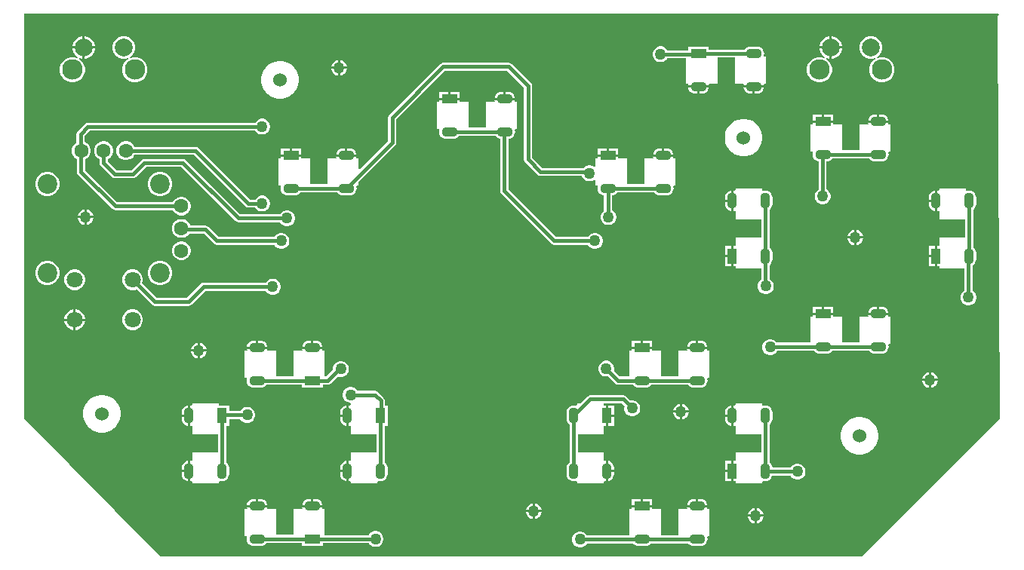
<source format=gtl>
G04*
G04 #@! TF.GenerationSoftware,Altium Limited,CircuitMaker,2.2.1 (2.2.1.6)*
G04*
G04 Layer_Physical_Order=1*
G04 Layer_Color=25308*
%FSLAX25Y25*%
%MOIN*%
G70*
G04*
G04 #@! TF.SameCoordinates,AAD4B4F7-D1E0-42C2-89CD-4A0885FF1A0E*
G04*
G04*
G04 #@! TF.FilePolarity,Positive*
G04*
G01*
G75*
%ADD12C,0.01000*%
%ADD24R,0.04331X0.07087*%
%ADD25O,0.04331X0.07087*%
%ADD26R,0.07087X0.04331*%
%ADD27O,0.07087X0.04331*%
%ADD28C,0.01500*%
%ADD29C,0.06000*%
%ADD30C,0.07874*%
%ADD31C,0.09055*%
%ADD32C,0.08661*%
%ADD33C,0.07087*%
%ADD34C,0.06299*%
%ADD35C,0.05000*%
G36*
X445538Y294538D02*
X445000Y294000D01*
X446000Y116000D01*
X385000Y55000D01*
X75000D01*
X15000Y116000D01*
Y295000D01*
X445347D01*
X445538Y294538D01*
D02*
G37*
%LPC*%
G36*
X41792Y284937D02*
X41642D01*
Y280500D01*
X46079D01*
Y280650D01*
X45742Y281906D01*
X45092Y283031D01*
X44173Y283951D01*
X43047Y284601D01*
X41792Y284937D01*
D02*
G37*
G36*
X371792D02*
X371642D01*
Y280500D01*
X376079D01*
Y280650D01*
X375742Y281906D01*
X375092Y283031D01*
X374173Y283951D01*
X373047Y284601D01*
X371792Y284937D01*
D02*
G37*
G36*
X370642D02*
X370492D01*
X369236Y284601D01*
X368110Y283951D01*
X367191Y283031D01*
X366541Y281906D01*
X366205Y280650D01*
Y280500D01*
X370642D01*
Y284937D01*
D02*
G37*
G36*
X40642D02*
X40492D01*
X39236Y284601D01*
X38110Y283951D01*
X37191Y283031D01*
X36541Y281906D01*
X36205Y280650D01*
Y280500D01*
X40642D01*
Y284937D01*
D02*
G37*
G36*
X370642Y279500D02*
X366205D01*
Y279350D01*
X366541Y278094D01*
X367191Y276969D01*
X368110Y276049D01*
X368573Y275782D01*
X368334Y275348D01*
X366929Y275724D01*
X365473D01*
X364067Y275348D01*
X362807Y274620D01*
X361778Y273591D01*
X361050Y272330D01*
X360673Y270925D01*
Y269469D01*
X361050Y268063D01*
X361778Y266803D01*
X362807Y265774D01*
X364067Y265046D01*
X365473Y264669D01*
X366929D01*
X368334Y265046D01*
X369595Y265774D01*
X370624Y266803D01*
X371352Y268063D01*
X371728Y269469D01*
Y270925D01*
X371352Y272330D01*
X370624Y273591D01*
X369595Y274620D01*
X368997Y274965D01*
X369236Y275399D01*
X370492Y275063D01*
X370642D01*
Y279500D01*
D02*
G37*
G36*
X40642D02*
X36205D01*
Y279350D01*
X36541Y278094D01*
X37191Y276969D01*
X38110Y276049D01*
X38573Y275782D01*
X38334Y275348D01*
X36928Y275724D01*
X35473D01*
X34067Y275348D01*
X32807Y274620D01*
X31778Y273591D01*
X31050Y272330D01*
X30673Y270925D01*
Y269469D01*
X31050Y268063D01*
X31778Y266803D01*
X32807Y265774D01*
X34067Y265046D01*
X35473Y264669D01*
X36928D01*
X38334Y265046D01*
X39595Y265774D01*
X40624Y266803D01*
X41352Y268063D01*
X41728Y269469D01*
Y270925D01*
X41352Y272330D01*
X40624Y273591D01*
X39595Y274620D01*
X38997Y274965D01*
X39236Y275399D01*
X40492Y275063D01*
X40642D01*
Y279500D01*
D02*
G37*
G36*
X376079D02*
X371642D01*
Y275063D01*
X371792D01*
X373047Y275399D01*
X374173Y276049D01*
X375092Y276969D01*
X375742Y278094D01*
X376079Y279350D01*
Y279500D01*
D02*
G37*
G36*
X46079D02*
X41642D01*
Y275063D01*
X41792D01*
X43047Y275399D01*
X44173Y276049D01*
X45092Y276969D01*
X45742Y278094D01*
X46079Y279350D01*
Y279500D01*
D02*
G37*
G36*
X154500Y274489D02*
Y271500D01*
X157490D01*
X157262Y272351D01*
X156801Y273149D01*
X156149Y273801D01*
X155351Y274261D01*
X154500Y274489D01*
D02*
G37*
G36*
X153500D02*
X152649Y274261D01*
X151851Y273801D01*
X151199Y273149D01*
X150739Y272351D01*
X150511Y271500D01*
X153500D01*
Y274489D01*
D02*
G37*
G36*
X157490Y270500D02*
X154500D01*
Y267511D01*
X155351Y267739D01*
X156149Y268199D01*
X156801Y268851D01*
X157262Y269649D01*
X157490Y270500D01*
D02*
G37*
G36*
X153500D02*
X150511D01*
X150739Y269649D01*
X151199Y268851D01*
X151851Y268199D01*
X152649Y267739D01*
X153500Y267511D01*
Y270500D01*
D02*
G37*
G36*
X389508Y284937D02*
X388208D01*
X386953Y284601D01*
X385827Y283951D01*
X384908Y283031D01*
X384258Y281906D01*
X383921Y280650D01*
Y279350D01*
X384258Y278094D01*
X384908Y276969D01*
X385827Y276049D01*
X386953Y275399D01*
X388208Y275063D01*
X389508D01*
X390764Y275399D01*
X391003Y274965D01*
X390405Y274620D01*
X389376Y273591D01*
X388648Y272330D01*
X388272Y270925D01*
Y269469D01*
X388648Y268063D01*
X389376Y266803D01*
X390405Y265774D01*
X391666Y265046D01*
X393072Y264669D01*
X394527D01*
X395933Y265046D01*
X397193Y265774D01*
X398222Y266803D01*
X398950Y268063D01*
X399327Y269469D01*
Y270925D01*
X398950Y272330D01*
X398222Y273591D01*
X397193Y274620D01*
X395933Y275348D01*
X394527Y275724D01*
X393072D01*
X391666Y275348D01*
X391427Y275782D01*
X391890Y276049D01*
X392809Y276969D01*
X393459Y278094D01*
X393795Y279350D01*
Y280650D01*
X393459Y281906D01*
X392809Y283031D01*
X391890Y283951D01*
X390764Y284601D01*
X389508Y284937D01*
D02*
G37*
G36*
X59508D02*
X58208D01*
X56953Y284601D01*
X55827Y283951D01*
X54908Y283031D01*
X54258Y281906D01*
X53921Y280650D01*
Y279350D01*
X54258Y278094D01*
X54908Y276969D01*
X55827Y276049D01*
X56953Y275399D01*
X58208Y275063D01*
X59508D01*
X60764Y275399D01*
X61003Y274965D01*
X60405Y274620D01*
X59376Y273591D01*
X58648Y272330D01*
X58272Y270925D01*
Y269469D01*
X58648Y268063D01*
X59376Y266803D01*
X60405Y265774D01*
X61666Y265046D01*
X63072Y264669D01*
X64527D01*
X65933Y265046D01*
X67193Y265774D01*
X68222Y266803D01*
X68950Y268063D01*
X69327Y269469D01*
Y270925D01*
X68950Y272330D01*
X68222Y273591D01*
X67193Y274620D01*
X65933Y275348D01*
X64527Y275724D01*
X63072D01*
X61666Y275348D01*
X61427Y275782D01*
X61890Y276049D01*
X62809Y276969D01*
X63459Y278094D01*
X63795Y279350D01*
Y280650D01*
X63459Y281906D01*
X62809Y283031D01*
X61890Y283951D01*
X60764Y284601D01*
X59508Y284937D01*
D02*
G37*
G36*
X296461Y280500D02*
X295539D01*
X294649Y280261D01*
X293851Y279801D01*
X293199Y279149D01*
X292739Y278351D01*
X292500Y277461D01*
Y276539D01*
X292739Y275649D01*
X293199Y274851D01*
X293851Y274199D01*
X294649Y273739D01*
X295539Y273500D01*
X296461D01*
X297351Y273739D01*
X298149Y274199D01*
X298801Y274851D01*
X299011Y275216D01*
X307283D01*
Y264094D01*
X308112D01*
X308390Y263679D01*
X308333Y263543D01*
X308291Y263216D01*
X317300D01*
X317257Y263543D01*
X317201Y263679D01*
X317479Y264094D01*
X321063D01*
Y275499D01*
X328937D01*
Y264094D01*
X332521D01*
X332799Y263679D01*
X332743Y263543D01*
X332700Y263216D01*
X341709D01*
X341667Y263543D01*
X341610Y263679D01*
X341888Y264094D01*
X342717D01*
Y275905D01*
X341888D01*
X341610Y276321D01*
X341667Y276457D01*
X341775Y277284D01*
X341667Y278110D01*
X341348Y278880D01*
X340840Y279541D01*
X340179Y280048D01*
X339409Y280367D01*
X338583Y280476D01*
X335827D01*
X335000Y280367D01*
X334230Y280048D01*
X333569Y279541D01*
X333206Y279068D01*
X317339D01*
Y280449D01*
X308252D01*
Y278784D01*
X299011D01*
X298801Y279149D01*
X298149Y279801D01*
X297351Y280261D01*
X296461Y280500D01*
D02*
G37*
G36*
X341709Y262216D02*
X337705D01*
Y259524D01*
X338583D01*
X339409Y259633D01*
X340179Y259952D01*
X340840Y260459D01*
X341348Y261120D01*
X341667Y261890D01*
X341709Y262216D01*
D02*
G37*
G36*
X336705D02*
X332700D01*
X332743Y261890D01*
X333062Y261120D01*
X333569Y260459D01*
X334230Y259952D01*
X335000Y259633D01*
X335827Y259524D01*
X336705D01*
Y262216D01*
D02*
G37*
G36*
X317300D02*
X313295D01*
Y259524D01*
X314173D01*
X315000Y259633D01*
X315770Y259952D01*
X316431Y260459D01*
X316938Y261120D01*
X317257Y261890D01*
X317300Y262216D01*
D02*
G37*
G36*
X312295D02*
X308291D01*
X308333Y261890D01*
X308652Y261120D01*
X309160Y260459D01*
X309821Y259952D01*
X310591Y259633D01*
X311417Y259524D01*
X312295D01*
Y262216D01*
D02*
G37*
G36*
X228583Y260476D02*
X227705D01*
Y257784D01*
X231710D01*
X231667Y258110D01*
X231348Y258880D01*
X230840Y259541D01*
X230179Y260048D01*
X229409Y260367D01*
X228583Y260476D01*
D02*
G37*
G36*
X226705D02*
X225827D01*
X225001Y260367D01*
X224231Y260048D01*
X223569Y259541D01*
X223062Y258880D01*
X222743Y258110D01*
X222700Y257784D01*
X226705D01*
Y260476D01*
D02*
G37*
G36*
X207339Y260449D02*
X203295D01*
Y257784D01*
X207339D01*
Y260449D01*
D02*
G37*
G36*
X202295D02*
X198252D01*
Y257784D01*
X202295D01*
Y260449D01*
D02*
G37*
G36*
X128769Y274031D02*
X127137D01*
X125537Y273713D01*
X124029Y273089D01*
X122672Y272182D01*
X121519Y271028D01*
X120612Y269672D01*
X119988Y268164D01*
X119669Y266564D01*
Y264932D01*
X119988Y263332D01*
X120612Y261824D01*
X121519Y260468D01*
X122672Y259314D01*
X124029Y258407D01*
X125537Y257783D01*
X127137Y257465D01*
X128769D01*
X130369Y257783D01*
X131876Y258407D01*
X133233Y259314D01*
X134387Y260468D01*
X135293Y261824D01*
X135918Y263332D01*
X136236Y264932D01*
Y266564D01*
X135918Y268164D01*
X135293Y269672D01*
X134387Y271028D01*
X133233Y272182D01*
X131876Y273089D01*
X130369Y273713D01*
X128769Y274031D01*
D02*
G37*
G36*
X393583Y250476D02*
X392705D01*
Y247783D01*
X396709D01*
X396667Y248110D01*
X396348Y248880D01*
X395840Y249541D01*
X395179Y250048D01*
X394409Y250367D01*
X393583Y250476D01*
D02*
G37*
G36*
X391705D02*
X390827D01*
X390001Y250367D01*
X389230Y250048D01*
X388569Y249541D01*
X388062Y248880D01*
X387743Y248110D01*
X387700Y247783D01*
X391705D01*
Y250476D01*
D02*
G37*
G36*
X372339Y250449D02*
X368295D01*
Y247783D01*
X372339D01*
Y250449D01*
D02*
G37*
G36*
X367295D02*
X363252D01*
Y247783D01*
X367295D01*
Y250449D01*
D02*
G37*
G36*
X120461Y248500D02*
X119539D01*
X118649Y248261D01*
X117851Y247801D01*
X117199Y247149D01*
X116989Y246784D01*
X43031D01*
X43031Y246784D01*
X42349Y246649D01*
X41770Y246262D01*
X38502Y242994D01*
X38115Y242415D01*
X37980Y241732D01*
Y237904D01*
X37610Y237691D01*
X36837Y236918D01*
X36291Y235972D01*
X36008Y234916D01*
Y233824D01*
X36291Y232768D01*
X36837Y231822D01*
X37610Y231050D01*
X38216Y230700D01*
Y225000D01*
X38352Y224317D01*
X38738Y223738D01*
X53896Y208581D01*
X53896Y208581D01*
X54475Y208194D01*
X55158Y208058D01*
X80609D01*
X81050Y207295D01*
X81822Y206522D01*
X82768Y205976D01*
X83824Y205693D01*
X84916D01*
X85972Y205976D01*
X86918Y206522D01*
X87691Y207295D01*
X88237Y208241D01*
X88520Y209296D01*
Y210389D01*
X88237Y211444D01*
X87691Y212390D01*
X86918Y213163D01*
X85972Y213709D01*
X84916Y213992D01*
X83824D01*
X82768Y213709D01*
X81822Y213163D01*
X81050Y212390D01*
X80609Y211627D01*
X55897D01*
X41784Y225739D01*
Y230518D01*
X42705Y231050D01*
X43478Y231822D01*
X44024Y232768D01*
X44307Y233824D01*
Y234916D01*
X44024Y235972D01*
X43478Y236918D01*
X42705Y237691D01*
X41759Y238237D01*
X41548Y238294D01*
Y240993D01*
X43771Y243216D01*
X116989D01*
X117199Y242851D01*
X117851Y242199D01*
X118649Y241739D01*
X119539Y241500D01*
X120461D01*
X121351Y241739D01*
X122149Y242199D01*
X122801Y242851D01*
X123261Y243649D01*
X123500Y244539D01*
Y245461D01*
X123261Y246351D01*
X122801Y247149D01*
X122149Y247801D01*
X121351Y248261D01*
X120461Y248500D01*
D02*
G37*
G36*
X231710Y256784D02*
X222700D01*
X222743Y256457D01*
X222799Y256321D01*
X222521Y255906D01*
X218937D01*
Y244501D01*
X211063D01*
Y255906D01*
X207339D01*
Y256784D01*
X198252D01*
Y255906D01*
X197283D01*
Y244094D01*
X198112D01*
X198390Y243679D01*
X198334Y243543D01*
X198225Y242717D01*
X198334Y241890D01*
X198652Y241120D01*
X199160Y240459D01*
X199821Y239952D01*
X200591Y239633D01*
X201417Y239524D01*
X204173D01*
X204999Y239633D01*
X205770Y239952D01*
X206431Y240459D01*
X206794Y240932D01*
X223206D01*
X223569Y240459D01*
X224231Y239952D01*
X225001Y239633D01*
X225216Y239604D01*
Y216500D01*
X225352Y215817D01*
X225738Y215238D01*
X247738Y193238D01*
X248317Y192851D01*
X249000Y192716D01*
X249000Y192716D01*
X263989D01*
X264199Y192351D01*
X264851Y191699D01*
X265649Y191238D01*
X266539Y191000D01*
X267461D01*
X268351Y191238D01*
X269149Y191699D01*
X269801Y192351D01*
X270262Y193149D01*
X270500Y194039D01*
Y194961D01*
X270262Y195851D01*
X269801Y196649D01*
X269149Y197301D01*
X268351Y197761D01*
X267461Y198000D01*
X266539D01*
X265649Y197761D01*
X264851Y197301D01*
X264199Y196649D01*
X263989Y196284D01*
X249739D01*
X228784Y217239D01*
Y239550D01*
X229409Y239633D01*
X230179Y239952D01*
X230840Y240459D01*
X231348Y241120D01*
X231667Y241890D01*
X231775Y242717D01*
X231667Y243543D01*
X231610Y243679D01*
X231888Y244094D01*
X232716D01*
Y255906D01*
X231888D01*
X231610Y256321D01*
X231667Y256457D01*
X231710Y256784D01*
D02*
G37*
G36*
X396709Y246783D02*
X387700D01*
X387743Y246457D01*
X387799Y246321D01*
X387521Y245905D01*
X383937D01*
Y234501D01*
X376063D01*
Y245905D01*
X372339D01*
Y246783D01*
X363252D01*
Y245905D01*
X362283D01*
Y234095D01*
X363112D01*
X363390Y233679D01*
X363334Y233543D01*
X363225Y232716D01*
X363334Y231890D01*
X363652Y231120D01*
X364160Y230459D01*
X364821Y229952D01*
X365591Y229633D01*
X365803Y229605D01*
Y217245D01*
X365438Y217035D01*
X364787Y216383D01*
X364326Y215585D01*
X364087Y214695D01*
Y213773D01*
X364326Y212883D01*
X364787Y212085D01*
X365438Y211433D01*
X366236Y210972D01*
X367126Y210734D01*
X368048D01*
X368938Y210972D01*
X369736Y211433D01*
X370388Y212085D01*
X370849Y212883D01*
X371087Y213773D01*
Y214695D01*
X370849Y215585D01*
X370388Y216383D01*
X369736Y217035D01*
X369371Y217245D01*
Y229550D01*
X370000Y229633D01*
X370770Y229952D01*
X371431Y230459D01*
X371794Y230932D01*
X388206D01*
X388569Y230459D01*
X389230Y229952D01*
X390001Y229633D01*
X390827Y229524D01*
X393583D01*
X394409Y229633D01*
X395179Y229952D01*
X395840Y230459D01*
X396348Y231120D01*
X396667Y231890D01*
X396775Y232716D01*
X396667Y233543D01*
X396610Y233679D01*
X396888Y234095D01*
X397716D01*
Y245905D01*
X396888D01*
X396610Y246321D01*
X396667Y246457D01*
X396709Y246783D01*
D02*
G37*
G36*
X298583Y235476D02*
X297705D01*
Y232784D01*
X301710D01*
X301667Y233110D01*
X301348Y233880D01*
X300840Y234541D01*
X300179Y235048D01*
X299409Y235367D01*
X298583Y235476D01*
D02*
G37*
G36*
X296705D02*
X295827D01*
X295001Y235367D01*
X294231Y235048D01*
X293569Y234541D01*
X293062Y233880D01*
X292743Y233110D01*
X292700Y232784D01*
X296705D01*
Y235476D01*
D02*
G37*
G36*
X277339Y235449D02*
X273295D01*
Y232784D01*
X277339D01*
Y235449D01*
D02*
G37*
G36*
X272295D02*
X268252D01*
Y232784D01*
X272295D01*
Y235449D01*
D02*
G37*
G36*
X158583Y235476D02*
X157705D01*
Y232784D01*
X161709D01*
X161667Y233110D01*
X161348Y233880D01*
X160840Y234541D01*
X160179Y235048D01*
X159409Y235367D01*
X158583Y235476D01*
D02*
G37*
G36*
X156705D02*
X155827D01*
X155000Y235367D01*
X154230Y235048D01*
X153569Y234541D01*
X153062Y233880D01*
X152743Y233110D01*
X152700Y232784D01*
X156705D01*
Y235476D01*
D02*
G37*
G36*
X137339Y235449D02*
X133295D01*
Y232784D01*
X137339D01*
Y235449D01*
D02*
G37*
G36*
X132295D02*
X128252D01*
Y232784D01*
X132295D01*
Y235449D01*
D02*
G37*
G36*
X333493Y248441D02*
X331861D01*
X330261Y248123D01*
X328753Y247498D01*
X327397Y246592D01*
X326243Y245438D01*
X325337Y244081D01*
X324712Y242574D01*
X324394Y240973D01*
Y239342D01*
X324712Y237741D01*
X325337Y236234D01*
X326243Y234877D01*
X327397Y233723D01*
X328753Y232817D01*
X330261Y232192D01*
X331861Y231874D01*
X333493D01*
X335093Y232192D01*
X336601Y232817D01*
X337958Y233723D01*
X339111Y234877D01*
X340018Y236234D01*
X340642Y237741D01*
X340961Y239342D01*
Y240973D01*
X340642Y242574D01*
X340018Y244081D01*
X339111Y245438D01*
X337958Y246592D01*
X336601Y247498D01*
X335093Y248123D01*
X333493Y248441D01*
D02*
G37*
G36*
X430905Y217717D02*
X419095D01*
Y216888D01*
X418679Y216610D01*
X418543Y216667D01*
X418217Y216709D01*
Y212205D01*
Y207700D01*
X418543Y207743D01*
X418679Y207799D01*
X419095Y207521D01*
Y203937D01*
X430499D01*
Y196063D01*
X419095D01*
Y192339D01*
X418217D01*
Y187795D01*
Y183252D01*
X419095D01*
Y182283D01*
X430216D01*
Y172511D01*
X429851Y172301D01*
X429199Y171649D01*
X428738Y170851D01*
X428500Y169961D01*
Y169039D01*
X428738Y168149D01*
X429199Y167351D01*
X429851Y166699D01*
X430649Y166238D01*
X431539Y166000D01*
X432461D01*
X433351Y166238D01*
X434149Y166699D01*
X434801Y167351D01*
X435261Y168149D01*
X435500Y169039D01*
Y169961D01*
X435261Y170851D01*
X434801Y171649D01*
X434149Y172301D01*
X433784Y172511D01*
Y183613D01*
X433880Y183652D01*
X434541Y184160D01*
X435048Y184821D01*
X435367Y185591D01*
X435476Y186417D01*
Y189173D01*
X435367Y189999D01*
X435048Y190770D01*
X434541Y191431D01*
X434068Y191794D01*
Y208206D01*
X434541Y208569D01*
X435048Y209230D01*
X435367Y210000D01*
X435476Y210827D01*
Y213583D01*
X435367Y214409D01*
X435048Y215179D01*
X434541Y215840D01*
X433880Y216348D01*
X433110Y216667D01*
X432283Y216775D01*
X431457Y216667D01*
X431321Y216610D01*
X430905Y216888D01*
Y217717D01*
D02*
G37*
G36*
X340905D02*
X329095D01*
Y216888D01*
X328679Y216610D01*
X328543Y216667D01*
X328217Y216709D01*
Y212205D01*
Y207700D01*
X328543Y207743D01*
X328679Y207799D01*
X329095Y207521D01*
Y203937D01*
X340499D01*
Y196063D01*
X329095D01*
Y192339D01*
X328217D01*
Y187795D01*
Y183252D01*
X329095D01*
Y182283D01*
X340499D01*
Y177386D01*
X340351Y177301D01*
X339699Y176649D01*
X339239Y175851D01*
X339000Y174961D01*
Y174039D01*
X339239Y173149D01*
X339699Y172351D01*
X340351Y171699D01*
X341149Y171239D01*
X342039Y171000D01*
X342961D01*
X343851Y171239D01*
X344649Y171699D01*
X345301Y172351D01*
X345761Y173149D01*
X346000Y174039D01*
Y174961D01*
X345761Y175851D01*
X345301Y176649D01*
X344649Y177301D01*
X344068Y177636D01*
Y183797D01*
X344541Y184160D01*
X345048Y184821D01*
X345367Y185591D01*
X345476Y186417D01*
Y189173D01*
X345367Y189999D01*
X345048Y190770D01*
X344541Y191431D01*
X344068Y191794D01*
Y208206D01*
X344541Y208569D01*
X345048Y209230D01*
X345367Y210000D01*
X345476Y210827D01*
Y213583D01*
X345367Y214409D01*
X345048Y215179D01*
X344541Y215840D01*
X343880Y216348D01*
X343110Y216667D01*
X342284Y216775D01*
X341457Y216667D01*
X341321Y216610D01*
X340905Y216888D01*
Y217717D01*
D02*
G37*
G36*
X200000Y273284D02*
X199317Y273148D01*
X198738Y272762D01*
X198738Y272762D01*
X176238Y250262D01*
X175852Y249683D01*
X175716Y249000D01*
Y238751D01*
X163179Y226214D01*
X162716Y226405D01*
Y230906D01*
X161888D01*
X161610Y231321D01*
X161667Y231457D01*
X161709Y231784D01*
X152700D01*
X152743Y231457D01*
X152799Y231321D01*
X152521Y230906D01*
X148937D01*
Y219501D01*
X141063D01*
Y230906D01*
X137339D01*
Y231784D01*
X128252D01*
Y230906D01*
X127284D01*
Y219094D01*
X128112D01*
X128390Y218679D01*
X128333Y218543D01*
X128225Y217717D01*
X128333Y216890D01*
X128652Y216120D01*
X129160Y215459D01*
X129821Y214952D01*
X130591Y214633D01*
X131417Y214524D01*
X134173D01*
X135000Y214633D01*
X135770Y214952D01*
X136431Y215459D01*
X136794Y215932D01*
X153206D01*
X153569Y215459D01*
X154230Y214952D01*
X155000Y214633D01*
X155827Y214524D01*
X158583D01*
X159409Y214633D01*
X160179Y214952D01*
X160840Y215459D01*
X161348Y216120D01*
X161667Y216890D01*
X161775Y217717D01*
X161667Y218543D01*
X161610Y218679D01*
X161888Y219094D01*
X162716D01*
Y220705D01*
X178762Y236750D01*
X178762Y236750D01*
X179148Y237329D01*
X179284Y238012D01*
X179284Y238012D01*
Y248261D01*
X200739Y269716D01*
X228261D01*
X235716Y262261D01*
Y230500D01*
X235852Y229817D01*
X236238Y229238D01*
X241738Y223738D01*
X241738Y223738D01*
X242317Y223352D01*
X243000Y223216D01*
X261278D01*
X261327Y223034D01*
X261788Y222236D01*
X262439Y221585D01*
X263237Y221124D01*
X264128Y220885D01*
X265049D01*
X265939Y221124D01*
X266737Y221585D01*
X266822Y221669D01*
X267284Y221477D01*
Y219094D01*
X268112D01*
X268390Y218679D01*
X268334Y218543D01*
X268225Y217717D01*
X268334Y216890D01*
X268652Y216120D01*
X269160Y215459D01*
X269821Y214952D01*
X270591Y214633D01*
X271011Y214577D01*
Y207893D01*
X270851Y207801D01*
X270199Y207149D01*
X269739Y206351D01*
X269500Y205461D01*
Y204539D01*
X269739Y203649D01*
X270199Y202851D01*
X270851Y202199D01*
X271649Y201739D01*
X272539Y201500D01*
X273461D01*
X274351Y201739D01*
X275149Y202199D01*
X275801Y202851D01*
X276261Y203649D01*
X276500Y204539D01*
Y205461D01*
X276261Y206351D01*
X275801Y207149D01*
X275149Y207801D01*
X274580Y208130D01*
Y214577D01*
X274999Y214633D01*
X275770Y214952D01*
X276431Y215459D01*
X276794Y215932D01*
X293206D01*
X293569Y215459D01*
X294231Y214952D01*
X295001Y214633D01*
X295827Y214524D01*
X298583D01*
X299409Y214633D01*
X300179Y214952D01*
X300840Y215459D01*
X301348Y216120D01*
X301667Y216890D01*
X301775Y217717D01*
X301667Y218543D01*
X301610Y218679D01*
X301888Y219094D01*
X302716D01*
Y230906D01*
X301888D01*
X301610Y231321D01*
X301667Y231457D01*
X301710Y231784D01*
X292700D01*
X292743Y231457D01*
X292799Y231321D01*
X292521Y230906D01*
X288937D01*
Y219501D01*
X281063D01*
Y230906D01*
X277339D01*
Y231784D01*
X268252D01*
Y230906D01*
X267284D01*
Y227293D01*
X266822Y227102D01*
X266737Y227186D01*
X265939Y227647D01*
X265049Y227885D01*
X264128D01*
X263237Y227647D01*
X262439Y227186D01*
X262038Y226784D01*
X243739D01*
X239284Y231239D01*
Y263000D01*
X239284Y263000D01*
X239148Y263683D01*
X238762Y264262D01*
X238762Y264262D01*
X230262Y272762D01*
X229683Y273148D01*
X229000Y273284D01*
X200000D01*
X200000Y273284D01*
D02*
G37*
G36*
X75603Y225016D02*
X74200D01*
X72844Y224653D01*
X71628Y223951D01*
X70636Y222958D01*
X69934Y221743D01*
X69571Y220387D01*
Y218983D01*
X69934Y217628D01*
X70636Y216412D01*
X71628Y215419D01*
X72844Y214718D01*
X74200Y214354D01*
X75603D01*
X76959Y214718D01*
X78175Y215419D01*
X79167Y216412D01*
X79869Y217628D01*
X80232Y218983D01*
Y220387D01*
X79869Y221743D01*
X79167Y222958D01*
X78175Y223951D01*
X76959Y224653D01*
X75603Y225016D01*
D02*
G37*
G36*
X25800D02*
X24397D01*
X23041Y224653D01*
X21825Y223951D01*
X20833Y222958D01*
X20131Y221743D01*
X19768Y220387D01*
Y218983D01*
X20131Y217628D01*
X20833Y216412D01*
X21825Y215419D01*
X23041Y214718D01*
X24397Y214354D01*
X25800D01*
X27156Y214718D01*
X28372Y215419D01*
X29364Y216412D01*
X30066Y217628D01*
X30429Y218983D01*
Y220387D01*
X30066Y221743D01*
X29364Y222958D01*
X28372Y223951D01*
X27156Y224653D01*
X25800Y225016D01*
D02*
G37*
G36*
X327217Y216709D02*
X326890Y216667D01*
X326120Y216348D01*
X325459Y215840D01*
X324952Y215179D01*
X324633Y214409D01*
X324524Y213583D01*
Y212705D01*
X327217D01*
Y216709D01*
D02*
G37*
G36*
X417216D02*
X416890Y216667D01*
X416120Y216348D01*
X415459Y215840D01*
X414952Y215179D01*
X414633Y214409D01*
X414524Y213583D01*
Y212705D01*
X417216D01*
Y216709D01*
D02*
G37*
G36*
X327217Y211705D02*
X324524D01*
Y210827D01*
X324633Y210000D01*
X324952Y209230D01*
X325459Y208569D01*
X326120Y208062D01*
X326890Y207743D01*
X327217Y207700D01*
Y211705D01*
D02*
G37*
G36*
X417216D02*
X414524D01*
Y210827D01*
X414633Y210000D01*
X414952Y209230D01*
X415459Y208569D01*
X416120Y208062D01*
X416890Y207743D01*
X417216Y207700D01*
Y211705D01*
D02*
G37*
G36*
X60389Y238520D02*
X59296D01*
X58241Y238237D01*
X57295Y237691D01*
X56522Y236918D01*
X55976Y235972D01*
X55693Y234916D01*
Y233824D01*
X55976Y232768D01*
X56522Y231822D01*
X57295Y231050D01*
X58241Y230503D01*
X59296Y230221D01*
X60389D01*
X61444Y230503D01*
X62390Y231050D01*
X63163Y231822D01*
X63604Y232586D01*
X89891D01*
X112738Y209738D01*
X112738Y209738D01*
X113317Y209351D01*
X114000Y209216D01*
X116989D01*
X117199Y208851D01*
X117851Y208199D01*
X118649Y207738D01*
X119539Y207500D01*
X120461D01*
X121351Y207738D01*
X122149Y208199D01*
X122801Y208851D01*
X123261Y209649D01*
X123500Y210539D01*
Y211461D01*
X123261Y212351D01*
X122801Y213149D01*
X122149Y213801D01*
X121351Y214262D01*
X120461Y214500D01*
X119539D01*
X118649Y214262D01*
X117851Y213801D01*
X117199Y213149D01*
X116989Y212784D01*
X114739D01*
X91892Y235632D01*
X91313Y236018D01*
X90630Y236154D01*
X63604D01*
X63163Y236918D01*
X62390Y237691D01*
X61444Y238237D01*
X60389Y238520D01*
D02*
G37*
G36*
X42500Y208489D02*
Y205500D01*
X45489D01*
X45261Y206351D01*
X44801Y207149D01*
X44149Y207801D01*
X43351Y208261D01*
X42500Y208489D01*
D02*
G37*
G36*
X41500D02*
X40649Y208261D01*
X39851Y207801D01*
X39199Y207149D01*
X38739Y206351D01*
X38511Y205500D01*
X41500D01*
Y208489D01*
D02*
G37*
G36*
X45489Y204500D02*
X42500D01*
Y201511D01*
X43351Y201739D01*
X44149Y202199D01*
X44801Y202851D01*
X45261Y203649D01*
X45489Y204500D01*
D02*
G37*
G36*
X41500D02*
X38511D01*
X38739Y203649D01*
X39199Y202851D01*
X39851Y202199D01*
X40649Y201739D01*
X41500Y201511D01*
Y204500D01*
D02*
G37*
G36*
X50546Y238520D02*
X49454D01*
X48398Y238237D01*
X47452Y237691D01*
X46679Y236918D01*
X46133Y235972D01*
X45850Y234916D01*
Y233824D01*
X46133Y232768D01*
X46679Y231822D01*
X47452Y231050D01*
X48216Y230609D01*
Y229000D01*
X48351Y228317D01*
X48738Y227738D01*
X53738Y222738D01*
X53738Y222738D01*
X54317Y222352D01*
X55000Y222216D01*
X55000Y222216D01*
X63000D01*
X63683Y222352D01*
X64262Y222738D01*
X68739Y227216D01*
X84261D01*
X108238Y203238D01*
X108238Y203238D01*
X108817Y202852D01*
X109500Y202716D01*
X127989D01*
X128199Y202351D01*
X128851Y201699D01*
X129649Y201238D01*
X130539Y201000D01*
X131461D01*
X132351Y201238D01*
X133149Y201699D01*
X133801Y202351D01*
X134262Y203149D01*
X134500Y204039D01*
Y204961D01*
X134262Y205851D01*
X133801Y206649D01*
X133149Y207301D01*
X132351Y207762D01*
X131461Y208000D01*
X130539D01*
X129649Y207762D01*
X128851Y207301D01*
X128199Y206649D01*
X127989Y206284D01*
X110239D01*
X86262Y230262D01*
X85683Y230648D01*
X85000Y230784D01*
X68000D01*
X68000Y230784D01*
X67317Y230648D01*
X66738Y230262D01*
X66738Y230262D01*
X62261Y225784D01*
X55739D01*
X51784Y229739D01*
Y230609D01*
X52548Y231050D01*
X53320Y231822D01*
X53867Y232768D01*
X54150Y233824D01*
Y234916D01*
X53867Y235972D01*
X53320Y236918D01*
X52548Y237691D01*
X51602Y238237D01*
X50546Y238520D01*
D02*
G37*
G36*
X382500Y199489D02*
Y196500D01*
X385490D01*
X385262Y197351D01*
X384801Y198149D01*
X384149Y198801D01*
X383351Y199261D01*
X382500Y199489D01*
D02*
G37*
G36*
X381500D02*
X380649Y199261D01*
X379851Y198801D01*
X379199Y198149D01*
X378738Y197351D01*
X378510Y196500D01*
X381500D01*
Y199489D01*
D02*
G37*
G36*
X385490Y195500D02*
X382500D01*
Y192510D01*
X383351Y192738D01*
X384149Y193199D01*
X384801Y193851D01*
X385262Y194649D01*
X385490Y195500D01*
D02*
G37*
G36*
X381500D02*
X378510D01*
X378738Y194649D01*
X379199Y193851D01*
X379851Y193199D01*
X380649Y192738D01*
X381500Y192510D01*
Y195500D01*
D02*
G37*
G36*
X84916Y204150D02*
X83824D01*
X82768Y203867D01*
X81822Y203321D01*
X81050Y202548D01*
X80503Y201602D01*
X80221Y200546D01*
Y199454D01*
X80503Y198398D01*
X81050Y197452D01*
X81822Y196679D01*
X82768Y196133D01*
X83824Y195850D01*
X84916D01*
X85972Y196133D01*
X86918Y196679D01*
X87691Y197452D01*
X87843Y197716D01*
X94261D01*
X98738Y193238D01*
X98738Y193238D01*
X99317Y192851D01*
X100000Y192716D01*
X100000Y192716D01*
X125489D01*
X125699Y192351D01*
X126351Y191699D01*
X127149Y191238D01*
X128039Y191000D01*
X128961D01*
X129851Y191238D01*
X130649Y191699D01*
X131301Y192351D01*
X131762Y193149D01*
X132000Y194039D01*
Y194961D01*
X131762Y195851D01*
X131301Y196649D01*
X130649Y197301D01*
X129851Y197761D01*
X128961Y198000D01*
X128039D01*
X127149Y197761D01*
X126351Y197301D01*
X125699Y196649D01*
X125489Y196284D01*
X100739D01*
X96262Y200762D01*
X95683Y201149D01*
X95000Y201284D01*
X88322D01*
X88237Y201602D01*
X87691Y202548D01*
X86918Y203321D01*
X85972Y203867D01*
X84916Y204150D01*
D02*
G37*
G36*
X417216Y192339D02*
X414551D01*
Y188295D01*
X417216D01*
Y192339D01*
D02*
G37*
G36*
X327217D02*
X324551D01*
Y188295D01*
X327217D01*
Y192339D01*
D02*
G37*
G36*
X84916Y194307D02*
X83824D01*
X82768Y194024D01*
X81822Y193478D01*
X81050Y192705D01*
X80503Y191759D01*
X80221Y190704D01*
Y189611D01*
X80503Y188556D01*
X81050Y187610D01*
X81822Y186837D01*
X82768Y186291D01*
X83824Y186008D01*
X84916D01*
X85972Y186291D01*
X86918Y186837D01*
X87691Y187610D01*
X88237Y188556D01*
X88520Y189611D01*
Y190704D01*
X88237Y191759D01*
X87691Y192705D01*
X86918Y193478D01*
X85972Y194024D01*
X84916Y194307D01*
D02*
G37*
G36*
X417216Y187295D02*
X414551D01*
Y183252D01*
X417216D01*
Y187295D01*
D02*
G37*
G36*
X327217D02*
X324551D01*
Y183252D01*
X327217D01*
Y187295D01*
D02*
G37*
G36*
X75603Y185646D02*
X74200D01*
X72844Y185282D01*
X71628Y184581D01*
X70636Y183588D01*
X69934Y182372D01*
X69571Y181017D01*
Y179613D01*
X69934Y178257D01*
X70636Y177042D01*
X71628Y176049D01*
X72844Y175347D01*
X74200Y174984D01*
X75603D01*
X76959Y175347D01*
X78175Y176049D01*
X79167Y177042D01*
X79869Y178257D01*
X80232Y179613D01*
Y181017D01*
X79869Y182372D01*
X79167Y183588D01*
X78175Y184581D01*
X76959Y185282D01*
X75603Y185646D01*
D02*
G37*
G36*
X25800D02*
X24397D01*
X23041Y185282D01*
X21825Y184581D01*
X20833Y183588D01*
X20131Y182372D01*
X19768Y181017D01*
Y179613D01*
X20131Y178257D01*
X20833Y177042D01*
X21825Y176049D01*
X23041Y175347D01*
X24397Y174984D01*
X25800D01*
X27156Y175347D01*
X28372Y176049D01*
X29364Y177042D01*
X30066Y178257D01*
X30429Y179613D01*
Y181017D01*
X30066Y182372D01*
X29364Y183588D01*
X28372Y184581D01*
X27156Y185282D01*
X25800Y185646D01*
D02*
G37*
G36*
X37803Y181905D02*
X36607D01*
X35451Y181596D01*
X34415Y180998D01*
X33569Y180152D01*
X32971Y179116D01*
X32661Y177960D01*
Y176764D01*
X32971Y175609D01*
X33569Y174573D01*
X34415Y173727D01*
X35451Y173128D01*
X36607Y172819D01*
X37803D01*
X38958Y173128D01*
X39994Y173727D01*
X40840Y174573D01*
X41438Y175609D01*
X41748Y176764D01*
Y177960D01*
X41438Y179116D01*
X40840Y180152D01*
X39994Y180998D01*
X38958Y181596D01*
X37803Y181905D01*
D02*
G37*
G36*
X63393D02*
X62197D01*
X61042Y181596D01*
X60006Y180998D01*
X59160Y180152D01*
X58562Y179116D01*
X58252Y177960D01*
Y176764D01*
X58562Y175609D01*
X59160Y174573D01*
X60006Y173727D01*
X61042Y173128D01*
X62197Y172819D01*
X63393D01*
X64515Y173119D01*
X71396Y166238D01*
X71396Y166238D01*
X71975Y165851D01*
X72658Y165716D01*
X72658Y165716D01*
X87500D01*
X88183Y165851D01*
X88762Y166238D01*
X94980Y172457D01*
X121695D01*
X121906Y172092D01*
X122558Y171440D01*
X123356Y170979D01*
X124246Y170741D01*
X125168D01*
X126058Y170979D01*
X126856Y171440D01*
X127507Y172092D01*
X127968Y172890D01*
X128207Y173780D01*
Y174702D01*
X127968Y175592D01*
X127507Y176390D01*
X126856Y177042D01*
X126058Y177503D01*
X125168Y177741D01*
X124246D01*
X123356Y177503D01*
X122558Y177042D01*
X121906Y176390D01*
X121695Y176025D01*
X94241D01*
X93558Y175890D01*
X92979Y175503D01*
X86761Y169284D01*
X73397D01*
X67038Y175643D01*
X67339Y176764D01*
Y177960D01*
X67029Y179116D01*
X66431Y180152D01*
X65585Y180998D01*
X64549Y181596D01*
X63393Y181905D01*
D02*
G37*
G36*
X393583Y165476D02*
X392705D01*
Y162784D01*
X396709D01*
X396667Y163110D01*
X396348Y163880D01*
X395840Y164541D01*
X395179Y165048D01*
X394409Y165367D01*
X393583Y165476D01*
D02*
G37*
G36*
X391705D02*
X390827D01*
X390001Y165367D01*
X389230Y165048D01*
X388569Y164541D01*
X388062Y163880D01*
X387743Y163110D01*
X387700Y162784D01*
X391705D01*
Y165476D01*
D02*
G37*
G36*
X372339Y165449D02*
X368295D01*
Y162784D01*
X372339D01*
Y165449D01*
D02*
G37*
G36*
X367295D02*
X363252D01*
Y162784D01*
X367295D01*
Y165449D01*
D02*
G37*
G36*
X37803Y164189D02*
X37705D01*
Y160146D01*
X41748D01*
Y160244D01*
X41438Y161399D01*
X40840Y162435D01*
X39994Y163281D01*
X38958Y163879D01*
X37803Y164189D01*
D02*
G37*
G36*
X36705D02*
X36607D01*
X35451Y163879D01*
X34415Y163281D01*
X33569Y162435D01*
X32971Y161399D01*
X32661Y160244D01*
Y160146D01*
X36705D01*
Y164189D01*
D02*
G37*
G36*
X63393D02*
X62197D01*
X61042Y163879D01*
X60006Y163281D01*
X59160Y162435D01*
X58562Y161399D01*
X58252Y160244D01*
Y159047D01*
X58562Y157892D01*
X59160Y156856D01*
X60006Y156010D01*
X61042Y155412D01*
X62197Y155102D01*
X63393D01*
X64549Y155412D01*
X65585Y156010D01*
X66431Y156856D01*
X67029Y157892D01*
X67339Y159047D01*
Y160244D01*
X67029Y161399D01*
X66431Y162435D01*
X65585Y163281D01*
X64549Y163879D01*
X63393Y164189D01*
D02*
G37*
G36*
X41748Y159146D02*
X37705D01*
Y155102D01*
X37803D01*
X38958Y155412D01*
X39994Y156010D01*
X40840Y156856D01*
X41438Y157892D01*
X41748Y159047D01*
Y159146D01*
D02*
G37*
G36*
X36705D02*
X32661D01*
Y159047D01*
X32971Y157892D01*
X33569Y156856D01*
X34415Y156010D01*
X35451Y155412D01*
X36607Y155102D01*
X36705D01*
Y159146D01*
D02*
G37*
G36*
X396709Y161784D02*
X387700D01*
X387743Y161457D01*
X387799Y161321D01*
X387521Y160906D01*
X383937D01*
Y149501D01*
X376063D01*
Y160906D01*
X372339D01*
Y161784D01*
X363252D01*
Y160906D01*
X362283D01*
Y149501D01*
X347386D01*
X347301Y149649D01*
X346649Y150301D01*
X345851Y150761D01*
X344961Y151000D01*
X344039D01*
X343149Y150761D01*
X342351Y150301D01*
X341699Y149649D01*
X341238Y148851D01*
X341000Y147961D01*
Y147039D01*
X341238Y146149D01*
X341699Y145351D01*
X342351Y144699D01*
X343149Y144238D01*
X344039Y144000D01*
X344961D01*
X345851Y144238D01*
X346649Y144699D01*
X347301Y145351D01*
X347636Y145932D01*
X363797D01*
X364160Y145459D01*
X364821Y144952D01*
X365591Y144633D01*
X366417Y144524D01*
X369173D01*
X370000Y144633D01*
X370770Y144952D01*
X371431Y145459D01*
X371794Y145932D01*
X388206D01*
X388569Y145459D01*
X389230Y144952D01*
X390001Y144633D01*
X390827Y144524D01*
X393583D01*
X394409Y144633D01*
X395179Y144952D01*
X395840Y145459D01*
X396348Y146120D01*
X396667Y146890D01*
X396775Y147716D01*
X396667Y148543D01*
X396610Y148679D01*
X396888Y149094D01*
X397716D01*
Y160906D01*
X396888D01*
X396610Y161321D01*
X396667Y161457D01*
X396709Y161784D01*
D02*
G37*
G36*
X313583Y150476D02*
X312705D01*
Y147784D01*
X316709D01*
X316667Y148110D01*
X316348Y148880D01*
X315840Y149541D01*
X315179Y150048D01*
X314409Y150367D01*
X313583Y150476D01*
D02*
G37*
G36*
X311705D02*
X310827D01*
X310000Y150367D01*
X309230Y150048D01*
X308569Y149541D01*
X308062Y148880D01*
X307743Y148110D01*
X307700Y147784D01*
X311705D01*
Y150476D01*
D02*
G37*
G36*
X292339Y150449D02*
X288295D01*
Y147784D01*
X292339D01*
Y150449D01*
D02*
G37*
G36*
X287295D02*
X283252D01*
Y147784D01*
X287295D01*
Y150449D01*
D02*
G37*
G36*
X143583Y150476D02*
X142705D01*
Y147784D01*
X146710D01*
X146667Y148110D01*
X146348Y148880D01*
X145840Y149541D01*
X145179Y150048D01*
X144409Y150367D01*
X143583Y150476D01*
D02*
G37*
G36*
X119173D02*
X118295D01*
Y147784D01*
X122300D01*
X122257Y148110D01*
X121938Y148880D01*
X121431Y149541D01*
X120770Y150048D01*
X120000Y150367D01*
X119173Y150476D01*
D02*
G37*
G36*
X141705D02*
X140827D01*
X140000Y150367D01*
X139230Y150048D01*
X138569Y149541D01*
X138062Y148880D01*
X137743Y148110D01*
X137700Y147784D01*
X141705D01*
Y150476D01*
D02*
G37*
G36*
X117295D02*
X116417D01*
X115591Y150367D01*
X114821Y150048D01*
X114160Y149541D01*
X113652Y148880D01*
X113333Y148110D01*
X113291Y147784D01*
X117295D01*
Y150476D01*
D02*
G37*
G36*
X92500Y149489D02*
Y146500D01*
X95490D01*
X95262Y147351D01*
X94801Y148149D01*
X94149Y148801D01*
X93351Y149261D01*
X92500Y149489D01*
D02*
G37*
G36*
X91500D02*
X90649Y149261D01*
X89851Y148801D01*
X89199Y148149D01*
X88739Y147351D01*
X88511Y146500D01*
X91500D01*
Y149489D01*
D02*
G37*
G36*
X95490Y145500D02*
X92500D01*
Y142510D01*
X93351Y142738D01*
X94149Y143199D01*
X94801Y143851D01*
X95262Y144649D01*
X95490Y145500D01*
D02*
G37*
G36*
X91500D02*
X88511D01*
X88739Y144649D01*
X89199Y143851D01*
X89851Y143199D01*
X90649Y142738D01*
X91500Y142510D01*
Y145500D01*
D02*
G37*
G36*
X316709Y146783D02*
X307700D01*
X307743Y146457D01*
X307799Y146321D01*
X307521Y145905D01*
X303937D01*
Y134501D01*
X296063D01*
Y145905D01*
X292339D01*
Y146783D01*
X283252D01*
Y145905D01*
X282283D01*
Y134501D01*
X278023D01*
X275391Y137132D01*
X275500Y137539D01*
Y138461D01*
X275261Y139351D01*
X274801Y140149D01*
X274149Y140801D01*
X273351Y141261D01*
X272461Y141500D01*
X271539D01*
X270649Y141261D01*
X269851Y140801D01*
X269199Y140149D01*
X268739Y139351D01*
X268500Y138461D01*
Y137539D01*
X268739Y136649D01*
X269199Y135851D01*
X269851Y135199D01*
X270649Y134739D01*
X271539Y134500D01*
X272461D01*
X272868Y134609D01*
X276022Y131455D01*
X276601Y131068D01*
X277284Y130932D01*
X283797D01*
X284160Y130459D01*
X284821Y129952D01*
X285591Y129633D01*
X286417Y129524D01*
X289173D01*
X290000Y129633D01*
X290770Y129952D01*
X291431Y130459D01*
X291794Y130932D01*
X308206D01*
X308569Y130459D01*
X309230Y129952D01*
X310000Y129633D01*
X310827Y129524D01*
X313583D01*
X314409Y129633D01*
X315179Y129952D01*
X315840Y130459D01*
X316348Y131120D01*
X316667Y131890D01*
X316775Y132717D01*
X316667Y133543D01*
X316610Y133679D01*
X316888Y134095D01*
X317717D01*
Y145905D01*
X316888D01*
X316610Y146321D01*
X316667Y146457D01*
X316709Y146783D01*
D02*
G37*
G36*
X142205Y147283D02*
D01*
Y146783D01*
X137700D01*
X137743Y146457D01*
X137799Y146321D01*
X137521Y145905D01*
X133937D01*
Y134501D01*
X126063D01*
Y145905D01*
X122479D01*
X122201Y146321D01*
X122257Y146457D01*
X122300Y146783D01*
X117795D01*
X113291D01*
X113333Y146457D01*
X113390Y146321D01*
X113112Y145905D01*
X112284D01*
Y134095D01*
X113112D01*
X113390Y133679D01*
X113333Y133543D01*
X113225Y132717D01*
X113333Y131890D01*
X113652Y131120D01*
X114160Y130459D01*
X114821Y129952D01*
X115591Y129633D01*
X116417Y129524D01*
X119173D01*
X120000Y129633D01*
X120770Y129952D01*
X121431Y130459D01*
X121794Y130932D01*
X137661D01*
Y129551D01*
X146748D01*
Y130916D01*
X148900D01*
X149583Y131052D01*
X150162Y131438D01*
X153394Y134670D01*
X153449Y134639D01*
X154339Y134400D01*
X155261D01*
X156151Y134639D01*
X156949Y135099D01*
X157601Y135751D01*
X158062Y136549D01*
X158300Y137439D01*
Y138361D01*
X158062Y139251D01*
X157601Y140049D01*
X156949Y140701D01*
X156151Y141162D01*
X155261Y141400D01*
X154339D01*
X153449Y141162D01*
X152651Y140701D01*
X151999Y140049D01*
X151539Y139251D01*
X151300Y138361D01*
Y137623D01*
X148216Y134540D01*
X147716Y134619D01*
Y145905D01*
X146888D01*
X146610Y146321D01*
X146667Y146457D01*
X146710Y146783D01*
X142205D01*
Y147283D01*
D02*
G37*
G36*
X415500Y136489D02*
Y133500D01*
X418490D01*
X418261Y134351D01*
X417801Y135149D01*
X417149Y135801D01*
X416351Y136261D01*
X415500Y136489D01*
D02*
G37*
G36*
X414500D02*
X413649Y136261D01*
X412851Y135801D01*
X412199Y135149D01*
X411738Y134351D01*
X411511Y133500D01*
X414500D01*
Y136489D01*
D02*
G37*
G36*
X418490Y132500D02*
X415500D01*
Y129510D01*
X416351Y129738D01*
X417149Y130199D01*
X417801Y130851D01*
X418261Y131649D01*
X418490Y132500D01*
D02*
G37*
G36*
X414500D02*
X411511D01*
X411738Y131649D01*
X412199Y130851D01*
X412851Y130199D01*
X413649Y129738D01*
X414500Y129510D01*
Y132500D01*
D02*
G37*
G36*
X340905Y122716D02*
X329095D01*
Y121888D01*
X328679Y121610D01*
X328543Y121667D01*
X328217Y121710D01*
Y117205D01*
Y112700D01*
X328543Y112743D01*
X328679Y112799D01*
X329095Y112521D01*
Y108937D01*
X340499D01*
Y101063D01*
X329095D01*
Y97339D01*
X328217D01*
Y92795D01*
Y88252D01*
X329095D01*
Y87283D01*
X340905D01*
Y88112D01*
X341321Y88390D01*
X341457Y88333D01*
X342284Y88225D01*
X343110Y88333D01*
X343880Y88652D01*
X344541Y89160D01*
X345048Y89821D01*
X345367Y90591D01*
X345384Y90716D01*
X353489D01*
X353699Y90351D01*
X354351Y89699D01*
X355149Y89239D01*
X356039Y89000D01*
X356961D01*
X357851Y89239D01*
X358649Y89699D01*
X359301Y90351D01*
X359762Y91149D01*
X360000Y92039D01*
Y92961D01*
X359762Y93851D01*
X359301Y94649D01*
X358649Y95301D01*
X357851Y95762D01*
X356961Y96000D01*
X356039D01*
X355149Y95762D01*
X354351Y95301D01*
X353699Y94649D01*
X353489Y94284D01*
X345462D01*
X345367Y94999D01*
X345048Y95770D01*
X344541Y96431D01*
X344068Y96794D01*
Y113206D01*
X344541Y113569D01*
X345048Y114230D01*
X345367Y115000D01*
X345476Y115827D01*
Y118583D01*
X345367Y119409D01*
X345048Y120179D01*
X344541Y120840D01*
X343880Y121348D01*
X343110Y121667D01*
X342284Y121775D01*
X341457Y121667D01*
X341321Y121610D01*
X340905Y121888D01*
Y122716D01*
D02*
G37*
G36*
X159549Y129939D02*
X158627D01*
X157737Y129701D01*
X156939Y129240D01*
X156287Y128589D01*
X155827Y127790D01*
X155588Y126900D01*
Y125979D01*
X155827Y125089D01*
X156287Y124291D01*
X156939Y123639D01*
X157737Y123178D01*
X158627Y122940D01*
X158687D01*
X159095Y122716D01*
Y121888D01*
X158679Y121610D01*
X158543Y121667D01*
X158217Y121710D01*
Y117205D01*
Y112700D01*
X158543Y112743D01*
X158679Y112799D01*
X159095Y112521D01*
Y108937D01*
X170499D01*
Y101063D01*
X159095D01*
Y97479D01*
X158679Y97201D01*
X158543Y97257D01*
X158217Y97300D01*
Y92795D01*
Y88291D01*
X158543Y88333D01*
X158679Y88390D01*
X159095Y88112D01*
Y87283D01*
X170905D01*
Y88112D01*
X171321Y88390D01*
X171457Y88333D01*
X172283Y88225D01*
X173110Y88333D01*
X173880Y88652D01*
X174541Y89160D01*
X175048Y89821D01*
X175367Y90591D01*
X175476Y91417D01*
Y94173D01*
X175367Y94999D01*
X175048Y95770D01*
X174541Y96431D01*
X174068Y96794D01*
Y112661D01*
X175449D01*
Y121748D01*
X174184D01*
Y123900D01*
X174048Y124583D01*
X173662Y125162D01*
X171122Y127701D01*
X170543Y128088D01*
X169860Y128224D01*
X162099D01*
X161889Y128589D01*
X161237Y129240D01*
X160439Y129701D01*
X159549Y129939D01*
D02*
G37*
G36*
X100906Y122716D02*
X89095D01*
Y121888D01*
X88679Y121610D01*
X88543Y121667D01*
X88217Y121710D01*
Y117205D01*
Y112700D01*
X88543Y112743D01*
X88679Y112799D01*
X89095Y112521D01*
Y108937D01*
X100499D01*
Y101063D01*
X89095D01*
Y97479D01*
X88679Y97201D01*
X88543Y97257D01*
X88217Y97300D01*
Y92795D01*
Y88291D01*
X88543Y88333D01*
X88679Y88390D01*
X89095Y88112D01*
Y87283D01*
X100906D01*
Y88112D01*
X101321Y88390D01*
X101457Y88333D01*
X102284Y88225D01*
X103110Y88333D01*
X103880Y88652D01*
X104541Y89160D01*
X105048Y89821D01*
X105367Y90591D01*
X105476Y91417D01*
Y94173D01*
X105367Y94999D01*
X105048Y95770D01*
X104541Y96431D01*
X104068Y96794D01*
Y112661D01*
X105449D01*
Y115816D01*
X110389D01*
X110599Y115451D01*
X111251Y114799D01*
X112049Y114339D01*
X112939Y114100D01*
X113861D01*
X114751Y114339D01*
X115549Y114799D01*
X116201Y115451D01*
X116662Y116249D01*
X116900Y117139D01*
Y118061D01*
X116662Y118951D01*
X116201Y119749D01*
X115549Y120401D01*
X114751Y120861D01*
X113861Y121100D01*
X112939D01*
X112049Y120861D01*
X111251Y120401D01*
X110599Y119749D01*
X110389Y119384D01*
X105449D01*
Y121748D01*
X100906D01*
Y122716D01*
D02*
G37*
G36*
X305500Y122490D02*
Y119500D01*
X308489D01*
X308261Y120351D01*
X307801Y121149D01*
X307149Y121801D01*
X306351Y122262D01*
X305500Y122490D01*
D02*
G37*
G36*
X304500D02*
X303649Y122262D01*
X302851Y121801D01*
X302199Y121149D01*
X301739Y120351D01*
X301511Y119500D01*
X304500D01*
Y122490D01*
D02*
G37*
G36*
X327217Y121710D02*
X326890Y121667D01*
X326120Y121348D01*
X325459Y120840D01*
X324952Y120179D01*
X324633Y119409D01*
X324524Y118583D01*
Y117705D01*
X327217D01*
Y121710D01*
D02*
G37*
G36*
X275449Y121748D02*
X272783D01*
Y117705D01*
X275449D01*
Y121748D01*
D02*
G37*
G36*
X157217Y121710D02*
X156890Y121667D01*
X156120Y121348D01*
X155459Y120840D01*
X154952Y120179D01*
X154633Y119409D01*
X154524Y118583D01*
Y117705D01*
X157217D01*
Y121710D01*
D02*
G37*
G36*
X87217D02*
X86890Y121667D01*
X86120Y121348D01*
X85459Y120840D01*
X84952Y120179D01*
X84633Y119409D01*
X84524Y118583D01*
Y117705D01*
X87217D01*
Y121710D01*
D02*
G37*
G36*
X279500Y126284D02*
X265012D01*
X264329Y126148D01*
X263750Y125762D01*
X263750Y125762D01*
X260705Y122716D01*
X259095D01*
Y121888D01*
X258679Y121610D01*
X258543Y121667D01*
X257716Y121775D01*
X256890Y121667D01*
X256120Y121348D01*
X255459Y120840D01*
X254952Y120179D01*
X254633Y119409D01*
X254524Y118583D01*
Y115827D01*
X254633Y115000D01*
X254952Y114230D01*
X255459Y113569D01*
X255932Y113206D01*
Y96794D01*
X255459Y96431D01*
X254952Y95770D01*
X254633Y94999D01*
X254524Y94173D01*
Y91417D01*
X254633Y90591D01*
X254952Y89821D01*
X255459Y89160D01*
X256120Y88652D01*
X256890Y88333D01*
X257716Y88225D01*
X258543Y88333D01*
X258679Y88390D01*
X259095Y88112D01*
Y87283D01*
X270905D01*
Y88112D01*
X271321Y88390D01*
X271457Y88333D01*
X271783Y88291D01*
Y92795D01*
Y97300D01*
X271457Y97257D01*
X271321Y97201D01*
X270905Y97479D01*
Y101063D01*
X259501D01*
Y108937D01*
X270905D01*
Y112661D01*
X271783D01*
Y117205D01*
Y121748D01*
X270905D01*
Y122716D01*
X278761D01*
X280109Y121368D01*
X280000Y120961D01*
Y120039D01*
X280239Y119149D01*
X280699Y118351D01*
X281351Y117699D01*
X282149Y117238D01*
X283039Y117000D01*
X283961D01*
X284851Y117238D01*
X285649Y117699D01*
X286301Y118351D01*
X286761Y119149D01*
X287000Y120039D01*
Y120961D01*
X286761Y121851D01*
X286301Y122649D01*
X285649Y123301D01*
X284851Y123761D01*
X283961Y124000D01*
X283039D01*
X282632Y123891D01*
X280762Y125762D01*
X280183Y126148D01*
X279500Y126284D01*
D02*
G37*
G36*
X308489Y118500D02*
X305500D01*
Y115510D01*
X306351Y115738D01*
X307149Y116199D01*
X307801Y116851D01*
X308261Y117649D01*
X308489Y118500D01*
D02*
G37*
G36*
X304500D02*
X301511D01*
X301739Y117649D01*
X302199Y116851D01*
X302851Y116199D01*
X303649Y115738D01*
X304500Y115510D01*
Y118500D01*
D02*
G37*
G36*
X327217Y116705D02*
X324524D01*
Y115827D01*
X324633Y115000D01*
X324952Y114230D01*
X325459Y113569D01*
X326120Y113062D01*
X326890Y112743D01*
X327217Y112700D01*
Y116705D01*
D02*
G37*
G36*
X157217Y116705D02*
X154524D01*
Y115827D01*
X154633Y115000D01*
X154952Y114230D01*
X155459Y113569D01*
X156120Y113062D01*
X156890Y112743D01*
X157217Y112700D01*
Y116705D01*
D02*
G37*
G36*
X87217D02*
X84524D01*
Y115827D01*
X84633Y115000D01*
X84952Y114230D01*
X85459Y113569D01*
X86120Y113062D01*
X86890Y112743D01*
X87217Y112700D01*
Y116705D01*
D02*
G37*
G36*
X275449Y116705D02*
X272783D01*
Y112661D01*
X275449D01*
Y116705D01*
D02*
G37*
G36*
X50028Y126394D02*
X48397D01*
X46796Y126075D01*
X45289Y125451D01*
X43932Y124544D01*
X42778Y123391D01*
X41872Y122034D01*
X41247Y120526D01*
X40929Y118926D01*
Y117294D01*
X41247Y115694D01*
X41872Y114187D01*
X42778Y112830D01*
X43932Y111676D01*
X45289Y110769D01*
X46796Y110145D01*
X48397Y109827D01*
X50028D01*
X51629Y110145D01*
X53136Y110769D01*
X54493Y111676D01*
X55647Y112830D01*
X56553Y114187D01*
X57178Y115694D01*
X57496Y117294D01*
Y118926D01*
X57178Y120526D01*
X56553Y122034D01*
X55647Y123391D01*
X54493Y124544D01*
X53136Y125451D01*
X51629Y126075D01*
X50028Y126394D01*
D02*
G37*
G36*
X384674Y116551D02*
X383042D01*
X381442Y116233D01*
X379935Y115608D01*
X378578Y114702D01*
X377424Y113548D01*
X376518Y112191D01*
X375893Y110684D01*
X375575Y109084D01*
Y107452D01*
X375893Y105851D01*
X376518Y104344D01*
X377424Y102987D01*
X378578Y101833D01*
X379935Y100927D01*
X381442Y100303D01*
X383042Y99984D01*
X384674D01*
X386275Y100303D01*
X387782Y100927D01*
X389139Y101833D01*
X390293Y102987D01*
X391199Y104344D01*
X391823Y105851D01*
X392142Y107452D01*
Y109084D01*
X391823Y110684D01*
X391199Y112191D01*
X390293Y113548D01*
X389139Y114702D01*
X387782Y115608D01*
X386275Y116233D01*
X384674Y116551D01*
D02*
G37*
G36*
X327217Y97339D02*
X324551D01*
Y93295D01*
X327217D01*
Y97339D01*
D02*
G37*
G36*
X272783Y97300D02*
Y93295D01*
X275476D01*
Y94173D01*
X275367Y94999D01*
X275048Y95770D01*
X274541Y96431D01*
X273880Y96938D01*
X273110Y97257D01*
X272783Y97300D01*
D02*
G37*
G36*
X157217D02*
X156890Y97257D01*
X156120Y96938D01*
X155459Y96431D01*
X154952Y95770D01*
X154633Y94999D01*
X154524Y94173D01*
Y93295D01*
X157217D01*
Y97300D01*
D02*
G37*
G36*
X87217D02*
X86890Y97257D01*
X86120Y96938D01*
X85459Y96431D01*
X84952Y95770D01*
X84633Y94999D01*
X84524Y94173D01*
Y93295D01*
X87217D01*
Y97300D01*
D02*
G37*
G36*
X275476Y92295D02*
X272783D01*
Y88291D01*
X273110Y88333D01*
X273880Y88652D01*
X274541Y89160D01*
X275048Y89821D01*
X275367Y90591D01*
X275476Y91417D01*
Y92295D01*
D02*
G37*
G36*
X157217Y92295D02*
X154524D01*
Y91417D01*
X154633Y90591D01*
X154952Y89821D01*
X155459Y89160D01*
X156120Y88652D01*
X156890Y88333D01*
X157217Y88291D01*
Y92295D01*
D02*
G37*
G36*
X87217D02*
X84524D01*
Y91417D01*
X84633Y90591D01*
X84952Y89821D01*
X85459Y89160D01*
X86120Y88652D01*
X86890Y88333D01*
X87217Y88291D01*
Y92295D01*
D02*
G37*
G36*
X327217Y92295D02*
X324551D01*
Y88252D01*
X327217D01*
Y92295D01*
D02*
G37*
G36*
X313583Y80476D02*
X312705D01*
Y77784D01*
X316709D01*
X316667Y78110D01*
X316348Y78880D01*
X315840Y79541D01*
X315179Y80048D01*
X314409Y80367D01*
X313583Y80476D01*
D02*
G37*
G36*
X311705D02*
X310827D01*
X310000Y80367D01*
X309230Y80048D01*
X308569Y79541D01*
X308062Y78880D01*
X307743Y78110D01*
X307700Y77784D01*
X311705D01*
Y80476D01*
D02*
G37*
G36*
X292339Y80449D02*
X288295D01*
Y77784D01*
X292339D01*
Y80449D01*
D02*
G37*
G36*
X287295D02*
X283252D01*
Y77784D01*
X287295D01*
Y80449D01*
D02*
G37*
G36*
X119173Y80476D02*
X118295D01*
Y77784D01*
X122300D01*
X122257Y78110D01*
X121938Y78880D01*
X121431Y79541D01*
X120770Y80048D01*
X120000Y80367D01*
X119173Y80476D01*
D02*
G37*
G36*
X143583D02*
X142705D01*
Y77784D01*
X146710D01*
X146667Y78110D01*
X146348Y78880D01*
X145840Y79541D01*
X145179Y80048D01*
X144409Y80367D01*
X143583Y80476D01*
D02*
G37*
G36*
X117295D02*
X116417D01*
X115591Y80367D01*
X114821Y80048D01*
X114160Y79541D01*
X113652Y78880D01*
X113333Y78110D01*
X113291Y77784D01*
X117295D01*
Y80476D01*
D02*
G37*
G36*
X141705D02*
X140827D01*
X140000Y80367D01*
X139230Y80048D01*
X138569Y79541D01*
X138062Y78880D01*
X137743Y78110D01*
X137700Y77784D01*
X141705D01*
Y80476D01*
D02*
G37*
G36*
X240500Y78490D02*
Y75500D01*
X243490D01*
X243262Y76351D01*
X242801Y77149D01*
X242149Y77801D01*
X241351Y78262D01*
X240500Y78490D01*
D02*
G37*
G36*
X239500D02*
X238649Y78262D01*
X237851Y77801D01*
X237199Y77149D01*
X236738Y76351D01*
X236510Y75500D01*
X239500D01*
Y78490D01*
D02*
G37*
G36*
X338500Y76490D02*
Y73500D01*
X341490D01*
X341262Y74351D01*
X340801Y75149D01*
X340149Y75801D01*
X339351Y76262D01*
X338500Y76490D01*
D02*
G37*
G36*
X337500D02*
X336649Y76262D01*
X335851Y75801D01*
X335199Y75149D01*
X334738Y74351D01*
X334510Y73500D01*
X337500D01*
Y76490D01*
D02*
G37*
G36*
X243490Y74500D02*
X240500D01*
Y71510D01*
X241351Y71738D01*
X242149Y72199D01*
X242801Y72851D01*
X243262Y73649D01*
X243490Y74500D01*
D02*
G37*
G36*
X239500D02*
X236510D01*
X236738Y73649D01*
X237199Y72851D01*
X237851Y72199D01*
X238649Y71738D01*
X239500Y71510D01*
Y74500D01*
D02*
G37*
G36*
X341490Y72500D02*
X338500D01*
Y69511D01*
X339351Y69739D01*
X340149Y70199D01*
X340801Y70851D01*
X341262Y71649D01*
X341490Y72500D01*
D02*
G37*
G36*
X337500D02*
X334510D01*
X334738Y71649D01*
X335199Y70851D01*
X335851Y70199D01*
X336649Y69739D01*
X337500Y69511D01*
Y72500D01*
D02*
G37*
G36*
X316709Y76784D02*
X307700D01*
X307743Y76457D01*
X307799Y76321D01*
X307521Y75906D01*
X303937D01*
Y64284D01*
X296063D01*
Y75906D01*
X292339D01*
Y76784D01*
X283252D01*
Y75906D01*
X282283D01*
Y64284D01*
X263511D01*
X263301Y64649D01*
X262649Y65301D01*
X261851Y65762D01*
X260961Y66000D01*
X260039D01*
X259149Y65762D01*
X258351Y65301D01*
X257699Y64649D01*
X257239Y63851D01*
X257000Y62961D01*
Y62039D01*
X257239Y61149D01*
X257699Y60351D01*
X258351Y59699D01*
X259149Y59238D01*
X260039Y59000D01*
X260961D01*
X261851Y59238D01*
X262649Y59699D01*
X263301Y60351D01*
X263511Y60716D01*
X283963D01*
X284160Y60459D01*
X284821Y59952D01*
X285591Y59633D01*
X286417Y59524D01*
X289173D01*
X290000Y59633D01*
X290770Y59952D01*
X291431Y60459D01*
X291628Y60716D01*
X308372D01*
X308569Y60459D01*
X309230Y59952D01*
X310000Y59633D01*
X310827Y59524D01*
X313583D01*
X314409Y59633D01*
X315179Y59952D01*
X315840Y60459D01*
X316348Y61120D01*
X316667Y61890D01*
X316775Y62717D01*
X316667Y63543D01*
X316610Y63679D01*
X316888Y64095D01*
X317717D01*
Y75906D01*
X316888D01*
X316610Y76321D01*
X316667Y76457D01*
X316709Y76784D01*
D02*
G37*
G36*
X122300Y76784D02*
X117795D01*
X113291D01*
X113333Y76457D01*
X113390Y76321D01*
X113112Y75906D01*
X112284D01*
Y64095D01*
X113112D01*
X113390Y63679D01*
X113333Y63543D01*
X113225Y62717D01*
X113333Y61890D01*
X113652Y61120D01*
X114160Y60459D01*
X114821Y59952D01*
X115591Y59633D01*
X116417Y59524D01*
X119173D01*
X120000Y59633D01*
X120770Y59952D01*
X121431Y60459D01*
X121794Y60932D01*
X137661D01*
Y59551D01*
X146748D01*
Y60916D01*
X167089D01*
X167299Y60551D01*
X167951Y59899D01*
X168749Y59439D01*
X169639Y59200D01*
X170561D01*
X171451Y59439D01*
X172249Y59899D01*
X172901Y60551D01*
X173362Y61349D01*
X173600Y62239D01*
Y63161D01*
X173362Y64051D01*
X172901Y64849D01*
X172249Y65501D01*
X171451Y65961D01*
X170561Y66200D01*
X169639D01*
X168749Y65961D01*
X167951Y65501D01*
X167299Y64849D01*
X167089Y64484D01*
X147716D01*
Y75906D01*
X146888D01*
X146610Y76321D01*
X146667Y76457D01*
X146710Y76784D01*
X142205D01*
X137700D01*
X137743Y76457D01*
X137799Y76321D01*
X137521Y75906D01*
X133937D01*
Y64501D01*
X126063D01*
Y75906D01*
X122479D01*
X122201Y76321D01*
X122257Y76457D01*
X122300Y76784D01*
D02*
G37*
%LPD*%
D12*
X142205Y62717D02*
X142221Y62700D01*
D24*
X327716Y187795D02*
D03*
Y92795D02*
D03*
X272284Y117205D02*
D03*
X172283D02*
D03*
X102284D02*
D03*
X417717Y187795D02*
D03*
D25*
X342284D02*
D03*
X327716Y212205D02*
D03*
X342284D02*
D03*
Y92795D02*
D03*
X327716Y117205D02*
D03*
X342284D02*
D03*
X257716Y117205D02*
D03*
X272284Y92795D02*
D03*
X257716D02*
D03*
X157717Y117205D02*
D03*
X172283Y92795D02*
D03*
X157717D02*
D03*
X87717Y117205D02*
D03*
X102284Y92795D02*
D03*
X87717D02*
D03*
X432283Y187795D02*
D03*
X417717Y212205D02*
D03*
X432283D02*
D03*
D26*
X367795Y247284D02*
D03*
X312795Y277284D02*
D03*
X287795Y147283D02*
D03*
Y77284D02*
D03*
X142205Y132717D02*
D03*
Y62717D02*
D03*
X132795Y232283D02*
D03*
X367795Y162284D02*
D03*
X272795Y232283D02*
D03*
X202795Y257283D02*
D03*
D27*
X367795Y232716D02*
D03*
X392205Y247284D02*
D03*
Y232716D02*
D03*
X312795Y262717D02*
D03*
X337205Y277284D02*
D03*
Y262717D02*
D03*
X287795Y132717D02*
D03*
X312205Y147283D02*
D03*
Y132717D02*
D03*
X287795Y62717D02*
D03*
X312205Y77284D02*
D03*
Y62717D02*
D03*
X142205Y147283D02*
D03*
X117795Y132717D02*
D03*
Y147283D02*
D03*
X142205Y77284D02*
D03*
X117795Y62717D02*
D03*
Y77284D02*
D03*
X132795Y217717D02*
D03*
X157205Y232283D02*
D03*
Y217717D02*
D03*
X367795Y147716D02*
D03*
X392205Y162284D02*
D03*
Y147716D02*
D03*
X272795Y217717D02*
D03*
X297205Y232283D02*
D03*
Y217717D02*
D03*
X202795Y242717D02*
D03*
X227205Y257283D02*
D03*
Y242717D02*
D03*
D28*
X62795Y177362D02*
X72658Y167500D01*
X87500D01*
X94241Y174241D01*
X124707D01*
X114000Y211000D02*
X120000D01*
X90630Y234370D02*
X114000Y211000D01*
X59842Y234370D02*
X90630D01*
X40000Y234213D02*
X40157Y234370D01*
X40000Y225000D02*
Y234213D01*
Y225000D02*
X55158Y209842D01*
X84370D01*
X39764Y234764D02*
X40157Y234370D01*
X39764Y234764D02*
Y241732D01*
X43031Y245000D01*
X120000D01*
X202795Y242717D02*
X227205D01*
X263974Y225000D02*
X264588Y224385D01*
X243000Y225000D02*
X263974D01*
X237500Y230500D02*
X243000Y225000D01*
X237500Y230500D02*
Y263000D01*
X229000Y271500D02*
X237500Y263000D01*
X200000Y271500D02*
X229000D01*
X177500Y249000D02*
X200000Y271500D01*
X177500Y238012D02*
Y249000D01*
X157205Y217717D02*
X177500Y238012D01*
X132795Y217717D02*
X157205D01*
X172283Y92795D02*
Y117205D01*
X117795Y132717D02*
X142205D01*
X102284Y92795D02*
Y117205D01*
X117795Y62717D02*
X142205D01*
X260500Y62500D02*
X311988D01*
X312205Y62717D01*
X257716Y92795D02*
Y117205D01*
X342284Y92795D02*
Y117205D01*
X287795Y132717D02*
X312205D01*
X367795Y147716D02*
X392205D01*
X432000Y187512D02*
X432283Y187795D01*
Y212205D01*
X367795Y232716D02*
X392205D01*
X342284Y187795D02*
Y212205D01*
X272795Y217717D02*
X297205D01*
X312795Y277284D02*
X337205D01*
X312512Y277000D02*
X312795Y277284D01*
X296000Y277000D02*
X312512D01*
X272795Y205205D02*
Y217717D01*
Y205205D02*
X273000Y205000D01*
X227000Y242512D02*
X227205Y242717D01*
X227000Y216500D02*
Y242512D01*
Y216500D02*
X249000Y194500D01*
X267000D01*
X367587Y232508D02*
X367795Y232716D01*
X367587Y214234D02*
Y232508D01*
X342284Y174716D02*
Y187795D01*
Y174716D02*
X342500Y174500D01*
X432000Y169500D02*
Y187512D01*
X344717Y147716D02*
X367795D01*
X344500Y147500D02*
X344717Y147716D01*
X277284Y132717D02*
X287795D01*
X272000Y138000D02*
X277284Y132717D01*
X257716Y117205D02*
X265012Y124500D01*
X279500D01*
X283500Y120500D01*
X342284Y92795D02*
X342579Y92500D01*
X356500D01*
X109500Y204500D02*
X131000D01*
X85000Y229000D02*
X109500Y204500D01*
X68000Y229000D02*
X85000D01*
X55000Y224000D02*
X63000D01*
X50000Y229000D02*
X55000Y224000D01*
X50000Y229000D02*
Y234370D01*
X63000Y224000D02*
X68000Y229000D01*
X84370Y200000D02*
X84870Y199500D01*
X95000D01*
X100000Y194500D01*
X128500D01*
X142205Y132717D02*
X142221Y132700D01*
X148900D01*
X154100Y137900D01*
X154800D01*
X102284Y117205D02*
X102679Y117600D01*
X113400D01*
X159088Y126439D02*
X169860D01*
X172283Y117205D02*
X172400Y117321D01*
Y123900D01*
X169860Y126439D02*
X172400Y123900D01*
X142221Y62700D02*
X170100D01*
D29*
X332677Y240158D02*
D03*
X127953Y265748D02*
D03*
X383858Y108268D02*
D03*
X49213Y118110D02*
D03*
D30*
X371142Y280000D02*
D03*
X388858D02*
D03*
X41142D02*
D03*
X58858D02*
D03*
D31*
X393799Y270197D02*
D03*
X366201D02*
D03*
X63799D02*
D03*
X36201D02*
D03*
D32*
X25098Y219685D02*
D03*
X74902D02*
D03*
Y180315D02*
D03*
X25098D02*
D03*
D33*
X62795Y159646D02*
D03*
X37205D02*
D03*
X62795Y177362D02*
D03*
X37205D02*
D03*
D34*
X84370Y190157D02*
D03*
Y200000D02*
D03*
Y209842D02*
D03*
X59842Y234370D02*
D03*
X50000D02*
D03*
X40157D02*
D03*
D35*
X124707Y174241D02*
D03*
X305000Y119000D02*
D03*
X338000Y73000D02*
D03*
X240000Y75000D02*
D03*
X92000Y146000D02*
D03*
X154000Y271000D02*
D03*
X42000Y205000D02*
D03*
X382000Y196000D02*
D03*
X415000Y133000D02*
D03*
X120000Y211000D02*
D03*
Y245000D02*
D03*
X264588Y224385D02*
D03*
X296000Y277000D02*
D03*
X273000Y205000D02*
D03*
X267000Y194500D02*
D03*
X367587Y214234D02*
D03*
X342500Y174500D02*
D03*
X432000Y169500D02*
D03*
X344500Y147500D02*
D03*
X272000Y138000D02*
D03*
X283500Y120500D02*
D03*
X356500Y92500D02*
D03*
X260500Y62500D02*
D03*
X131000Y204500D02*
D03*
X128500Y194500D02*
D03*
X154800Y137900D02*
D03*
X113400Y117600D02*
D03*
X159088Y126439D02*
D03*
X170100Y62700D02*
D03*
M02*

</source>
